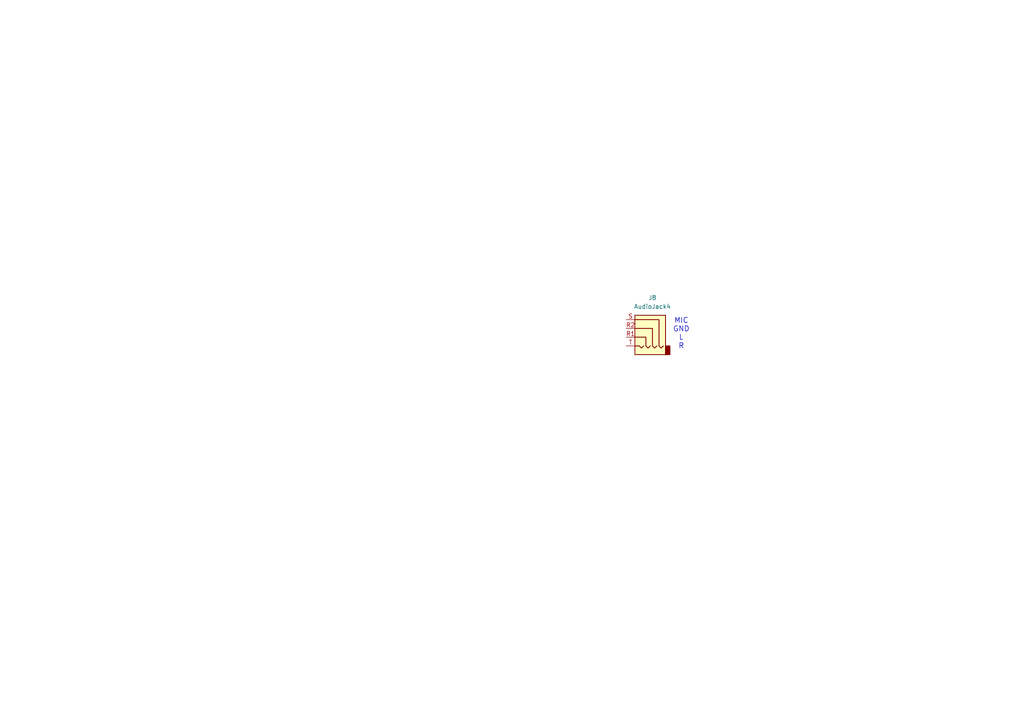
<source format=kicad_sch>
(kicad_sch (version 20250114) (generator "eeschema") (generator_version "9.0")
  (paper "A4")
  (lib_symbols
    (symbol "Connector_Audio:AudioJack4"
      (property "Reference" "J" (at 0 8.89 0))
      (property "Value" "AudioJack4" (at 0 6.35 0))
      (symbol "AudioJack4_0_1"
        (rectangle (start -6.35 -5.08) (end -7.62 -7.62) (stroke (width 0.254)) (fill (type outline)))
        (polyline (pts (xy -5.715 -5.08) (xy -5.08 -5.715) (xy -4.445 -5.08) (xy -4.445 2.54) (xy 2.54 2.54)) (stroke (width 0.254)))
        (polyline (pts (xy -1.905 -5.08) (xy -1.27 -5.715) (xy -0.635 -5.08) (xy -0.635 -2.54) (xy 2.54 -2.54)) (stroke (width 0.254)))
        (polyline (pts (xy 0 -5.08) (xy 0.635 -5.715) (xy 1.27 -5.08) (xy 2.54 -5.08)) (stroke (width 0.254)))
        (rectangle (start 2.54 3.81) (end -6.35 -7.62) (stroke (width 0.254)) (fill (type background)))
        (polyline (pts (xy 2.54 0) (xy -2.54 0) (xy -2.54 -5.08) (xy -3.175 -5.715) (xy -3.81 -5.08)) (stroke (width 0.254)))
      )
      (symbol "AudioJack4_1_1"
        (pin passive line (at 5.08 2.54 180) (length 2.54) (name "~") (number "S"))
        (pin passive line (at 5.08 0 180) (length 2.54) (name "~") (number "R2"))
        (pin passive line (at 5.08 -2.54 180) (length 2.54) (name "~") (number "R1"))
        (pin passive line (at 5.08 -5.08 180) (length 2.54) (name "~") (number "T"))
      )
    )
  )
  (text "MIC\nGND\nL\nR" (at 197.612 96.774 0) (effects (font (size 1.524 1.524))))
  (symbol (lib_id "Connector_Audio:AudioJack4") (at 186.69 95.25 0) (mirror y) (unit 1)
    (property "Reference" "J8" (at 189.23 86.36 0))
    (property "Value" "AudioJack4" (at 189.23 88.9 0))
    (property "Description" "Audio Jack, 4 Poles (TRRS)" (effects (hide yes)))
  )
)
</source>
